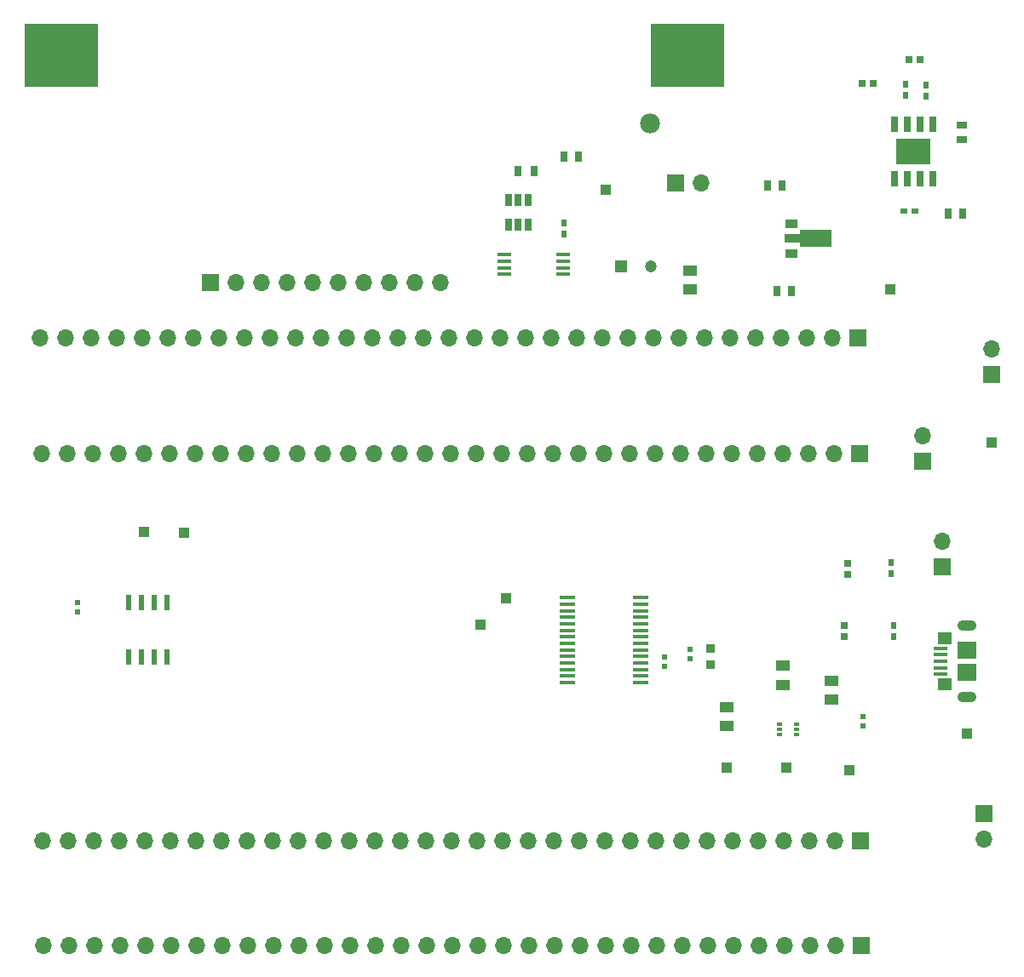
<source format=gbr>
%TF.GenerationSoftware,KiCad,Pcbnew,(6.0.2)*%
%TF.CreationDate,2022-04-11T18:55:53+02:00*%
%TF.ProjectId,main,6d61696e-2e6b-4696-9361-645f70636258,rev?*%
%TF.SameCoordinates,Original*%
%TF.FileFunction,Soldermask,Top*%
%TF.FilePolarity,Negative*%
%FSLAX46Y46*%
G04 Gerber Fmt 4.6, Leading zero omitted, Abs format (unit mm)*
G04 Created by KiCad (PCBNEW (6.0.2)) date 2022-04-11 18:55:53*
%MOMM*%
%LPD*%
G01*
G04 APERTURE LIST*
G04 Aperture macros list*
%AMFreePoly0*
4,1,9,3.862500,-0.866500,0.737500,-0.866500,0.737500,-0.450000,-0.737500,-0.450000,-0.737500,0.450000,0.737500,0.450000,0.737500,0.866500,3.862500,0.866500,3.862500,-0.866500,3.862500,-0.866500,$1*%
G04 Aperture macros list end*
%ADD10R,0.600000X0.750000*%
%ADD11R,0.650000X0.700000*%
%ADD12R,0.700000X1.525000*%
%ADD13R,3.402000X2.513000*%
%ADD14R,1.700000X1.700000*%
%ADD15O,1.700000X1.700000*%
%ADD16R,1.000000X1.000000*%
%ADD17R,0.620000X0.600000*%
%ADD18R,1.400000X1.000000*%
%ADD19R,0.790000X1.020000*%
%ADD20R,0.750000X0.600000*%
%ADD21R,0.700000X0.650000*%
%ADD22R,0.800000X1.000000*%
%ADD23R,0.475000X0.300000*%
%ADD24R,0.650000X1.200000*%
%ADD25C,1.980000*%
%ADD26R,7.340000X6.350000*%
%ADD27R,1.400000X0.400000*%
%ADD28O,1.900000X1.050000*%
%ADD29R,1.450000X1.150000*%
%ADD30R,1.900000X1.750000*%
%ADD31R,0.600000X1.600000*%
%ADD32R,0.600000X1.550000*%
%ADD33R,1.300000X0.900000*%
%ADD34FreePoly0,0.000000*%
%ADD35R,1.200000X1.200000*%
%ADD36C,1.200000*%
%ADD37R,1.475000X0.450000*%
%ADD38R,0.930000X0.870000*%
%ADD39R,1.500000X0.400000*%
%ADD40R,1.020000X0.790000*%
G04 APERTURE END LIST*
D10*
%TO.C,R4*%
X138730000Y-79000000D03*
X138730000Y-77900000D03*
%TD*%
D11*
%TO.C,D3*%
X166630000Y-117920000D03*
X166630000Y-119020000D03*
%TD*%
D12*
%TO.C,J7*%
X171577000Y-73451000D03*
X172847000Y-73451000D03*
X174117000Y-73451000D03*
X175387000Y-73451000D03*
X175387000Y-68027000D03*
X174117000Y-68027000D03*
X172847000Y-68027000D03*
X171577000Y-68027000D03*
D13*
X173482000Y-70739000D03*
%TD*%
D14*
%TO.C,J14*%
X176330000Y-112085000D03*
D15*
X176330000Y-109545000D03*
%TD*%
D16*
%TO.C,TP9*%
X132969000Y-115189000D03*
%TD*%
D17*
%TO.C,C10*%
X90380000Y-115640000D03*
X90380000Y-116560000D03*
%TD*%
D14*
%TO.C,J8*%
X181229000Y-92969000D03*
D15*
X181229000Y-90429000D03*
%TD*%
D11*
%TO.C,D4*%
X166970000Y-112820000D03*
X166970000Y-111720000D03*
%TD*%
D16*
%TO.C,TP11*%
X97028000Y-108585000D03*
%TD*%
D18*
%TO.C,R6*%
X165330000Y-123430000D03*
X165330000Y-125330000D03*
%TD*%
D19*
%TO.C,C2*%
X176953000Y-76962000D03*
X178393000Y-76962000D03*
%TD*%
D16*
%TO.C,TP5*%
X154940000Y-132080000D03*
%TD*%
D20*
%TO.C,R3*%
X173651000Y-76708000D03*
X172551000Y-76708000D03*
%TD*%
D10*
%TO.C,R1*%
X174730000Y-64150000D03*
X174730000Y-65250000D03*
%TD*%
%TO.C,R2*%
X172720000Y-64093000D03*
X172720000Y-65193000D03*
%TD*%
D21*
%TO.C,D2*%
X169530000Y-64010000D03*
X168430000Y-64010000D03*
%TD*%
%TO.C,D1*%
X174150000Y-61640000D03*
X173050000Y-61640000D03*
%TD*%
D14*
%TO.C,J4*%
X103595000Y-83810000D03*
D15*
X106135000Y-83810000D03*
X108675000Y-83810000D03*
X111215000Y-83810000D03*
X113755000Y-83810000D03*
X116295000Y-83810000D03*
X118835000Y-83810000D03*
X121375000Y-83810000D03*
X123915000Y-83810000D03*
X126455000Y-83810000D03*
%TD*%
D22*
%TO.C,R5*%
X134160000Y-72700000D03*
X135760000Y-72700000D03*
%TD*%
D10*
%TO.C,R12*%
X171270000Y-112740000D03*
X171270000Y-111640000D03*
%TD*%
D14*
%TO.C,J3*%
X168275000Y-149733000D03*
D15*
X165735000Y-149733000D03*
X163195000Y-149733000D03*
X160655000Y-149733000D03*
X158115000Y-149733000D03*
X155575000Y-149733000D03*
X153035000Y-149733000D03*
X150495000Y-149733000D03*
X147955000Y-149733000D03*
X145415000Y-149733000D03*
X142875000Y-149733000D03*
X140335000Y-149733000D03*
X137795000Y-149733000D03*
X135255000Y-149733000D03*
X132715000Y-149733000D03*
X130175000Y-149733000D03*
X127635000Y-149733000D03*
X125095000Y-149733000D03*
X122555000Y-149733000D03*
X120015000Y-149733000D03*
X117475000Y-149733000D03*
X114935000Y-149733000D03*
X112395000Y-149733000D03*
X109855000Y-149733000D03*
X107315000Y-149733000D03*
X104775000Y-149733000D03*
X102235000Y-149733000D03*
X99695000Y-149733000D03*
X97155000Y-149733000D03*
X94615000Y-149733000D03*
X92075000Y-149733000D03*
X89535000Y-149733000D03*
X86995000Y-149733000D03*
%TD*%
D14*
%TO.C,J1*%
X168133000Y-100863000D03*
D15*
X165593000Y-100863000D03*
X163053000Y-100863000D03*
X160513000Y-100863000D03*
X157973000Y-100863000D03*
X155433000Y-100863000D03*
X152893000Y-100863000D03*
X150353000Y-100863000D03*
X147813000Y-100863000D03*
X145273000Y-100863000D03*
X142733000Y-100863000D03*
X140193000Y-100863000D03*
X137653000Y-100863000D03*
X135113000Y-100863000D03*
X132573000Y-100863000D03*
X130033000Y-100863000D03*
X127493000Y-100863000D03*
X124953000Y-100863000D03*
X122413000Y-100863000D03*
X119873000Y-100863000D03*
X117333000Y-100863000D03*
X114793000Y-100863000D03*
X112253000Y-100863000D03*
X109713000Y-100863000D03*
X107173000Y-100863000D03*
X104633000Y-100863000D03*
X102093000Y-100863000D03*
X99553000Y-100863000D03*
X97013000Y-100863000D03*
X94473000Y-100863000D03*
X91933000Y-100863000D03*
X89393000Y-100863000D03*
X86853000Y-100863000D03*
%TD*%
D17*
%TO.C,C7*%
X148717000Y-121999000D03*
X148717000Y-121079000D03*
%TD*%
D23*
%TO.C,IC2*%
X160177400Y-127746736D03*
X160177400Y-128246736D03*
X160177400Y-128746736D03*
X161853400Y-128746736D03*
X161853400Y-128246736D03*
X161853400Y-127746736D03*
%TD*%
D16*
%TO.C,TP10*%
X100965000Y-108712000D03*
%TD*%
%TO.C,TP6*%
X160888400Y-132080000D03*
%TD*%
D19*
%TO.C,C3*%
X161400000Y-84670000D03*
X159960000Y-84670000D03*
%TD*%
D10*
%TO.C,R11*%
X171560000Y-117940000D03*
X171560000Y-119040000D03*
%TD*%
D18*
%TO.C,R9*%
X151257000Y-82616000D03*
X151257000Y-84516000D03*
%TD*%
D16*
%TO.C,TP7*%
X142890000Y-74570000D03*
%TD*%
D24*
%TO.C,IC1*%
X133270000Y-78090000D03*
X134220000Y-78090000D03*
X135170000Y-78090000D03*
X135170000Y-75590000D03*
X134220000Y-75590000D03*
X133270000Y-75590000D03*
%TD*%
D17*
%TO.C,C6*%
X168440000Y-127890000D03*
X168440000Y-126970000D03*
%TD*%
D25*
%TO.C,U2*%
X147342000Y-67944000D03*
D26*
X151012000Y-61214000D03*
X88802000Y-61214000D03*
%TD*%
D27*
%TO.C,J6*%
X176180000Y-122790000D03*
X176180000Y-122140000D03*
X176180000Y-121490000D03*
X176180000Y-120840000D03*
X176180000Y-120190000D03*
D28*
X178830000Y-125065000D03*
D29*
X176600000Y-123810000D03*
D28*
X178830000Y-117915000D03*
D30*
X178830000Y-122615000D03*
D29*
X176600000Y-119170000D03*
D30*
X178830000Y-120365000D03*
%TD*%
D16*
%TO.C,TP1*%
X178790000Y-128710000D03*
%TD*%
D19*
%TO.C,C5*%
X140190000Y-71310000D03*
X138750000Y-71310000D03*
%TD*%
D16*
%TO.C,TP4*%
X167110000Y-132360000D03*
%TD*%
D31*
%TO.C,U4*%
X95504000Y-121064000D03*
D32*
X96774000Y-121064000D03*
X98044000Y-121064000D03*
X99314000Y-121064000D03*
X99314000Y-115664000D03*
X98044000Y-115664000D03*
X96774000Y-115664000D03*
X95504000Y-115664000D03*
%TD*%
D19*
%TO.C,C1*%
X159030000Y-74140000D03*
X160470000Y-74140000D03*
%TD*%
D14*
%TO.C,J5*%
X168260000Y-139344000D03*
D15*
X165720000Y-139344000D03*
X163180000Y-139344000D03*
X160640000Y-139344000D03*
X158100000Y-139344000D03*
X155560000Y-139344000D03*
X153020000Y-139344000D03*
X150480000Y-139344000D03*
X147940000Y-139344000D03*
X145400000Y-139344000D03*
X142860000Y-139344000D03*
X140320000Y-139344000D03*
X137780000Y-139344000D03*
X135240000Y-139344000D03*
X132700000Y-139344000D03*
X130160000Y-139344000D03*
X127620000Y-139344000D03*
X125080000Y-139344000D03*
X122540000Y-139344000D03*
X120000000Y-139344000D03*
X117460000Y-139344000D03*
X114920000Y-139344000D03*
X112380000Y-139344000D03*
X109840000Y-139344000D03*
X107300000Y-139344000D03*
X104760000Y-139344000D03*
X102220000Y-139344000D03*
X99680000Y-139344000D03*
X97140000Y-139344000D03*
X94600000Y-139344000D03*
X92060000Y-139344000D03*
X89520000Y-139344000D03*
X86980000Y-139344000D03*
%TD*%
D16*
%TO.C,TP2*%
X181220000Y-99760000D03*
%TD*%
%TO.C,TP8*%
X130429000Y-117856000D03*
%TD*%
D33*
%TO.C,U1*%
X161340000Y-77930000D03*
D34*
X161427500Y-79430000D03*
D33*
X161340000Y-80930000D03*
%TD*%
D18*
%TO.C,R8*%
X160507400Y-121920000D03*
X160507400Y-123820000D03*
%TD*%
D14*
%TO.C,J2*%
X168006000Y-89306000D03*
D15*
X165466000Y-89306000D03*
X162926000Y-89306000D03*
X160386000Y-89306000D03*
X157846000Y-89306000D03*
X155306000Y-89306000D03*
X152766000Y-89306000D03*
X150226000Y-89306000D03*
X147686000Y-89306000D03*
X145146000Y-89306000D03*
X142606000Y-89306000D03*
X140066000Y-89306000D03*
X137526000Y-89306000D03*
X134986000Y-89306000D03*
X132446000Y-89306000D03*
X129906000Y-89306000D03*
X127366000Y-89306000D03*
X124826000Y-89306000D03*
X122286000Y-89306000D03*
X119746000Y-89306000D03*
X117206000Y-89306000D03*
X114666000Y-89306000D03*
X112126000Y-89306000D03*
X109586000Y-89306000D03*
X107046000Y-89306000D03*
X104506000Y-89306000D03*
X101966000Y-89306000D03*
X99426000Y-89306000D03*
X96886000Y-89306000D03*
X94346000Y-89306000D03*
X91806000Y-89306000D03*
X89266000Y-89306000D03*
X86726000Y-89306000D03*
%TD*%
D35*
%TO.C,R10*%
X144423000Y-82169000D03*
D36*
X147423000Y-82169000D03*
%TD*%
D37*
%TO.C,Q1*%
X138698000Y-82995000D03*
X138698000Y-82345000D03*
X138698000Y-81695000D03*
X138698000Y-81045000D03*
X132822000Y-81045000D03*
X132822000Y-81695000D03*
X132822000Y-82345000D03*
X132822000Y-82995000D03*
%TD*%
D14*
%TO.C,J9*%
X149860000Y-73914000D03*
D15*
X152400000Y-73914000D03*
%TD*%
D38*
%TO.C,C8*%
X153289000Y-120251000D03*
X153289000Y-121811000D03*
%TD*%
D17*
%TO.C,C9*%
X151257000Y-120317000D03*
X151257000Y-121237000D03*
%TD*%
D16*
%TO.C,TP3*%
X171200000Y-84450000D03*
%TD*%
D18*
%TO.C,R7*%
X154940000Y-126050000D03*
X154940000Y-127950000D03*
%TD*%
D14*
%TO.C,J12*%
X180470000Y-136660000D03*
D15*
X180470000Y-139200000D03*
%TD*%
D39*
%TO.C,U3*%
X139123000Y-115155000D03*
X139123000Y-115805000D03*
X139123000Y-116455000D03*
X139123000Y-117105000D03*
X139123000Y-117755000D03*
X139123000Y-118405000D03*
X139123000Y-119055000D03*
X139123000Y-119705000D03*
X139123000Y-120355000D03*
X139123000Y-121005000D03*
X139123000Y-121655000D03*
X139123000Y-122305000D03*
X139123000Y-122955000D03*
X139123000Y-123605000D03*
X146373000Y-123605000D03*
X146373000Y-122955000D03*
X146373000Y-122305000D03*
X146373000Y-121655000D03*
X146373000Y-121005000D03*
X146373000Y-120355000D03*
X146373000Y-119705000D03*
X146373000Y-119055000D03*
X146373000Y-118405000D03*
X146373000Y-117755000D03*
X146373000Y-117105000D03*
X146373000Y-116455000D03*
X146373000Y-115805000D03*
X146373000Y-115155000D03*
%TD*%
D14*
%TO.C,J15*%
X174390000Y-101550000D03*
D15*
X174390000Y-99010000D03*
%TD*%
D40*
%TO.C,C4*%
X178320000Y-69600000D03*
X178320000Y-68160000D03*
%TD*%
M02*

</source>
